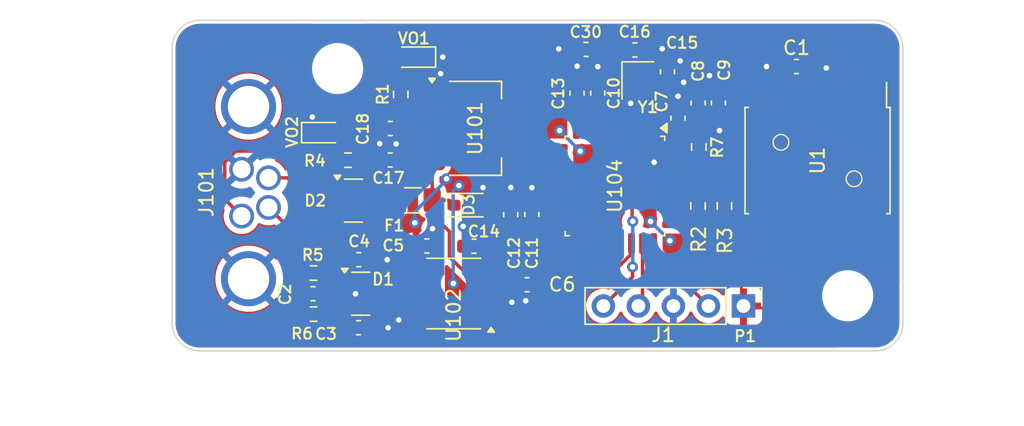
<source format=kicad_pcb>
(kicad_pcb
	(version 20240108)
	(generator "pcbnew")
	(generator_version "8.0")
	(general
		(thickness 1.6)
		(legacy_teardrops no)
	)
	(paper "A4")
	(layers
		(0 "F.Cu" signal)
		(31 "B.Cu" signal)
		(32 "B.Adhes" user "B.Adhesive")
		(33 "F.Adhes" user "F.Adhesive")
		(34 "B.Paste" user)
		(35 "F.Paste" user)
		(36 "B.SilkS" user "B.Silkscreen")
		(37 "F.SilkS" user "F.Silkscreen")
		(38 "B.Mask" user)
		(39 "F.Mask" user)
		(40 "Dwgs.User" user "User.Drawings")
		(41 "Cmts.User" user "User.Comments")
		(42 "Eco1.User" user "User.Eco1")
		(43 "Eco2.User" user "User.Eco2")
		(44 "Edge.Cuts" user)
		(45 "Margin" user)
		(46 "B.CrtYd" user "B.Courtyard")
		(47 "F.CrtYd" user "F.Courtyard")
		(48 "B.Fab" user)
		(49 "F.Fab" user)
		(50 "User.1" user)
		(51 "User.2" user)
		(52 "User.3" user)
		(53 "User.4" user)
		(54 "User.5" user)
		(55 "User.6" user)
		(56 "User.7" user)
		(57 "User.8" user)
		(58 "User.9" user)
	)
	(setup
		(stackup
			(layer "F.SilkS"
				(type "Top Silk Screen")
			)
			(layer "F.Paste"
				(type "Top Solder Paste")
			)
			(layer "F.Mask"
				(type "Top Solder Mask")
				(thickness 0.01)
			)
			(layer "F.Cu"
				(type "copper")
				(thickness 0.035)
			)
			(layer "dielectric 1"
				(type "core")
				(thickness 1.51)
				(material "FR4")
				(epsilon_r 4.5)
				(loss_tangent 0.02)
			)
			(layer "B.Cu"
				(type "copper")
				(thickness 0.035)
			)
			(layer "B.Mask"
				(type "Bottom Solder Mask")
				(thickness 0.01)
			)
			(layer "B.Paste"
				(type "Bottom Solder Paste")
			)
			(layer "B.SilkS"
				(type "Bottom Silk Screen")
			)
			(copper_finish "None")
			(dielectric_constraints no)
		)
		(pad_to_mask_clearance 0)
		(allow_soldermask_bridges_in_footprints no)
		(aux_axis_origin 100 80)
		(grid_origin 100 80)
		(pcbplotparams
			(layerselection 0x00010fc_ffffffff)
			(plot_on_all_layers_selection 0x0000000_00000000)
			(disableapertmacros no)
			(usegerberextensions no)
			(usegerberattributes yes)
			(usegerberadvancedattributes yes)
			(creategerberjobfile yes)
			(dashed_line_dash_ratio 12.000000)
			(dashed_line_gap_ratio 3.000000)
			(svgprecision 6)
			(plotframeref no)
			(viasonmask no)
			(mode 1)
			(useauxorigin no)
			(hpglpennumber 1)
			(hpglpenspeed 20)
			(hpglpendiameter 15.000000)
			(pdf_front_fp_property_popups yes)
			(pdf_back_fp_property_popups yes)
			(dxfpolygonmode yes)
			(dxfimperialunits yes)
			(dxfusepcbnewfont yes)
			(psnegative no)
			(psa4output no)
			(plotreference yes)
			(plotvalue yes)
			(plotfptext yes)
			(plotinvisibletext no)
			(sketchpadsonfab no)
			(subtractmaskfromsilk no)
			(outputformat 1)
			(mirror no)
			(drillshape 1)
			(scaleselection 1)
			(outputdirectory "")
		)
	)
	(net 0 "")
	(net 1 "+3V3")
	(net 2 "GND")
	(net 3 "Net-(C2-Pad2)")
	(net 4 "CAN_H")
	(net 5 "CAN_L")
	(net 6 "+5V")
	(net 7 "CAN_Rx")
	(net 8 "Net-(U104-PF0)")
	(net 9 "NRST")
	(net 10 "Net-(D2-K)")
	(net 11 "Net-(D2-A)")
	(net 12 "SWDIO")
	(net 13 "SWCLK")
	(net 14 "Net-(VO1-A)")
	(net 15 "Net-(U104-PF1)")
	(net 16 "I2C_SCL")
	(net 17 "I2C_SDA")
	(net 18 "unconnected-(U1-Pad9)")
	(net 19 "unconnected-(U1-Pad14)")
	(net 20 "unconnected-(U1-Pad2)")
	(net 21 "unconnected-(U1-Pad12)")
	(net 22 "unconnected-(U1-Pad8)")
	(net 23 "unconnected-(U1-Pad13)")
	(net 24 "unconnected-(U1-Pad6)")
	(net 25 "unconnected-(U1-Pad15)")
	(net 26 "unconnected-(U1-Pad16)")
	(net 27 "unconnected-(U1-Pad1)")
	(net 28 "unconnected-(U1-Pad7)")
	(net 29 "unconnected-(U1-Pad3)")
	(net 30 "CAN_Tx")
	(net 31 "unconnected-(U104-PA4-Pad10)")
	(net 32 "unconnected-(U104-PA2-Pad8)")
	(net 33 "unconnected-(U104-PA10-Pad20)")
	(net 34 "unconnected-(U104-PA7-Pad13)")
	(net 35 "Net-(U104-PB8)")
	(net 36 "unconnected-(U104-PA9-Pad19)")
	(net 37 "unconnected-(U104-PA6-Pad12)")
	(net 38 "unconnected-(U104-PA1-Pad7)")
	(net 39 "unconnected-(U104-PB0-Pad14)")
	(net 40 "unconnected-(U104-PA0-Pad6)")
	(net 41 "unconnected-(U104-PB5-Pad28)")
	(net 42 "unconnected-(U104-PA3-Pad9)")
	(net 43 "unconnected-(U104-PB4-Pad27)")
	(net 44 "unconnected-(U104-PA15-Pad25)")
	(net 45 "unconnected-(U104-PA5-Pad11)")
	(net 46 "unconnected-(U104-PB3-Pad26)")
	(net 47 "unconnected-(U104-PB1-Pad15)")
	(net 48 "unconnected-(U104-PA8-Pad18)")
	(net 49 "Net-(VO2-A)")
	(footprint "Crystal:Crystal_SMD_2016-4Pin_2.0x1.6mm" (layer "F.Cu") (at 133.7775 60.36 -90))
	(footprint "ASS_parts:SOT-23-BAT54FILM" (layer "F.Cu") (at 113.15 69.0875))
	(footprint "Resistor_SMD:R_0603_1608Metric" (layer "F.Cu") (at 138.14 69.48 90))
	(footprint "Capacitor_SMD:C_0603_1608Metric" (layer "F.Cu") (at 136.6875 63.1 90))
	(footprint "Capacitor_SMD:C_0603_1608Metric" (layer "F.Cu") (at 121.895 72.4 180))
	(footprint "Capacitor_SMD:C_0603_1608Metric" (layer "F.Cu") (at 139.62 62 90))
	(footprint "Capacitor_SMD:C_0603_1608Metric" (layer "F.Cu") (at 124.5575 70.105 90))
	(footprint "Capacitor_SMD:C_0603_1608Metric" (layer "F.Cu") (at 115.815 66.14 180))
	(footprint "Resistor_SMD:R_0603_1608Metric" (layer "F.Cu") (at 116.58 61.375 90))
	(footprint "LED_SMD:LED_0603_1608Metric_Pad1.05x0.95mm_HandSolder" (layer "F.Cu") (at 111.05 64.15))
	(footprint "Capacitor_SMD:C_0603_1608Metric" (layer "F.Cu") (at 125.7425 75.2))
	(footprint "Resistor_SMD:R_0603_1608Metric" (layer "F.Cu") (at 140.06 69.48 90))
	(footprint "Capacitor_SMD:C_0603_1608Metric" (layer "F.Cu") (at 113.5175 78.319052 180))
	(footprint "Capacitor_SMD:C_0603_1608Metric" (layer "F.Cu") (at 115.825 63.85 180))
	(footprint "Fuse:Fuse_1206_3216Metric" (layer "F.Cu") (at 117.46 69.0675))
	(footprint "Capacitor_SMD:C_0603_1608Metric" (layer "F.Cu") (at 129.3675 61.285 90))
	(footprint "Resistor_SMD:R_0603_1608Metric" (layer "F.Cu") (at 110.26 77.33 180))
	(footprint "MountingHole:MountingHole_3.2mm_M3" (layer "F.Cu") (at 112 59.5))
	(footprint "Capacitor_SMD:C_0603_1608Metric" (layer "F.Cu") (at 113.5375 73.379052))
	(footprint "Capacitor_SMD:C_0603_1608Metric" (layer "F.Cu") (at 130.02 58.11))
	(footprint "Capacitor_SMD:C_0603_1608Metric" (layer "F.Cu") (at 130.8675 61.285 90))
	(footprint "Diode_SMD:D_SOD-323" (layer "F.Cu") (at 121.5 69.42))
	(footprint "FaSTTUBe_connectors:M8_718_4pin_horizontal" (layer "F.Cu") (at 105.04 68.51 -90))
	(footprint "Package_SO:SOIC-8_3.9x4.9mm_P1.27mm" (layer "F.Cu") (at 120.4325 75.835948 180))
	(footprint "Capacitor_SMD:C_0603_1608Metric" (layer "F.Cu") (at 133.5625 58.15))
	(footprint "LED_SMD:LED_0603_1608Metric_Pad1.05x0.95mm_HandSolder" (layer "F.Cu") (at 117.45 58.67 180))
	(footprint "Resistor_SMD:R_0603_1608Metric" (layer "F.Cu") (at 110.2575 74.349052))
	(footprint "Capacitor_SMD:C_0603_1608Metric" (layer "F.Cu") (at 118.47 72.38))
	(footprint "Resistor_SMD:R_0603_1608Metric" (layer "F.Cu") (at 112.75 66.15 180))
	(footprint "ASS_parts:SOT-223_LDL1117S33R" (layer "F.Cu") (at 121.98 63.84))
	(footprint "ASS_parts:SM6000_SOIC-16" (layer "F.Cu") (at 146.81 66.18 -90))
	(footprint "Capacitor_SMD:C_0603_1608Metric" (layer "F.Cu") (at 135.9275 59.735 -90))
	(footprint "Capacitor_SMD:C_0603_1608Metric" (layer "F.Cu") (at 145.275 59.3525 180))
	(footprint "Package_TO_SOT_SMD:SOT-23" (layer "F.Cu") (at 113.6825 75.85))
	(footprint "Resistor_SMD:R_0603_1608Metric" (layer "F.Cu") (at 138.2 65.2 90))
	(footprint "Capacitor_SMD:C_0603_1608Metric" (layer "F.Cu") (at 126.09 70.085 90))
	(footprint "Capacitor_SMD:C_0603_1608Metric" (layer "F.Cu") (at 138.15 62 90))
	(footprint "Connector_PinHeader_2.54mm:PinHeader_1x05_P2.54mm_Vertical" (layer "F.Cu") (at 141.4375 76.74 -90))
	(footprint "Capacitor_SMD:C_0603_1608Metric" (layer "F.Cu") (at 110.22 75.85 180))
	(footprint "Package_QFP:LQFP-32_7x7mm_P0.8mm"
		(layer "F.Cu")
		(uuid "fbada3c8-a998-4125-ad17-f513c3594ff8")
		(at 132.1175 68.03 -90)
		(descr "LQFP, 32 Pin (https://www.nxp.com/docs/en/package-information/SOT358-1.pdf), generated with kicad-footprint-generator ipc_gullwing_generator.py")
		(tags "LQFP QFP")
		(property "Reference" "U104"
			(at 0 0 90)
			(layer "F.SilkS")
			(uuid "97c14cdf-a9e4-4673-bf47-56678f85ed03")
			(effects
				(font
					(size 1 1)
					(thickness 0.15)
				)
			)
		)
		(property "Value" "STM32F042K6T6"
			(at 0 5.88 90)
			(layer "F.Fab")
			(uuid "aeac8538-46d8-4f34-b18c-19a12280e05f")
			(effects
				(font
					(size 1 1)
					(thickness 0.15)
				)
			)
		)
		(property "Footprint" "Package_QFP:LQFP-32_7x7mm_P0.8mm"
			(at 0 0 90)
			(layer "F.Fab")
			(hide yes)
			(uuid "6aa1b52c-0807-43f6-93c5-10792dcec01e")
			(effects
				(font
					(size 1.27 1.27)
					(thickness 0.15)
				)
			)
		)
		(property "Datasheet" "http://www.st.com/st-web-ui/static/active/en/resource/technical/document/datasheet/DM00105814.pdf"
			(at 0 0 90)
			(layer "F.Fab")
			(hide yes)
			(uuid "f6506b5e-b6c5-4a5b-8ced-89b171d0400c")
			(effects
				(font
					(size 1.27 1.27)
					(thickness 0.15)
				)
			)
		)
		(property "Description" ""
			(at 0 0 90)
			(layer "F.Fab")
			(hide yes)
			(uuid "17fb11d7-70e2-402c-9d50-73cf1ccc381b")
			(effects
				(font
					(size 1.27 1.27)
					(thickness 0.15)
				)
			)
		)
		(property ki_fp_filters "LQFP*7x7mm*P0.8mm*")
		(path "/8cee74f1-4063-4176-8a00-9f2e4a72af2e")
		(sheetname "Root")
		(sheetfile "ASS.kicad_sch")
		(attr smd)
		(fp_line
			(start -3.61 3.61)
			(end -3.61 3.31)
			(stroke
				(width 0.12)
				(type solid)
			)
			(layer "F.SilkS")
			(uuid "0a6dc9fb-51bb-4640-b56a-eefce4ba015f")
		)
		(fp_line
			(start -3.31 3.61)
			(end -3.61 3.61)
			(stroke
				(width 0.12)
				(type solid)
			)
			(layer "F.SilkS")
			(uuid "10d5d06a-06f6-4bcf-946e-0bbbd4b70286")
		)
		(fp_line
			(start 3.31 3.61)
			(end 3.61 3.61)
			(stroke
				(width 0.12)
				(type solid)
			)
			(layer "F.SilkS")
			(uuid "97daa6f8-ab7d-43c1-8d2a-6d55e1fb7af9")
		)
		(fp_line
			(start 3.61 3.61)
			(end 3.61 3.31)
			(stroke
				(width 0.12)
				(type solid)
			)
			(layer "F.SilkS")
			(uuid "01f0aaf5-b4a1-402f-8a02-d2c762641dde")
		)
		(fp_line
			(start -3.61 -3.61)
			(end -3.61 -3.31)
			(stroke
				(width 0.12)
				(type solid)
			)
			(layer "F.SilkS")
			(uuid "f90e732c-30c0-44ea-9139-50391047ccae")
		)
		(fp_line
			(start -3.31 -3.61)
			(end -3.61 -3.61)
			(stroke
				(width 0.12)
				(type solid)
			)
			(layer "F.SilkS")
			(uuid "c7cf31a1-98e4-4303-bfe4-f5b05dd64dd7")
		)
		(fp_line
			(start 3.31 -3.61)
			(end 3.61 -3.61)
			(stroke
				(width 0.12)
				(type solid)
			)
			(layer "F.SilkS")
			(uuid "27673e7f-af8d-412d-bfef-a0381b881cec")
		)
		(fp_line
			(start 3.61 -3.61)
			(end 3.61 -3.31)
			(stroke
				(width 0.12)
				(type solid)
			)
			(layer "F.SilkS")
			(uuid "1bf853df-1615-4b04-9b3f-c1a89d019dd2")
		)
		(fp_poly
			(pts
				(xy -4.2125 -3.31) (xy -4.5525 -3.78) (xy -3.8725 -3.78) (xy -4.2125 -3.31)
			)
			(stroke
				(width 0.12)
				(type solid)
			)
			(fill solid)
			(layer "F.SilkS")
			(uuid "ed3d384d-7a61-49ca-aeee-c7c3e324c797")
		)
		(fp_line
			(start -3.3 5.18)
			(end -3.3 3.75)
			(stroke
				(width 0.05)
				(type solid)
			)
			(layer "F.CrtYd")
			(uuid "14d62f9e-6632-4e1e-befb-22d15de2bbe3")
		)
		(fp_line
			(start 0 5.18)
			(end -3.3 5.18)
			(stroke
				(width 0.05)
				(type solid)
			)
			(layer "F.CrtYd")
			(uuid "258a10b1-64a1-4e91-8c44-fe0dc31a283e")
		)
		(fp_line
			(start 0 5.18)
			(end 3.3 5.18)
			(stroke
				(width 0.05)
				(type solid)
			)
			(layer "F.CrtYd")
			(uuid "a26e22bb-74d2-41de-b63e-9c1c39ef2df8")
		)
		(fp_line
			(start 3.3 5.18)
			(end 3.3 3.75)
			(stroke
				(width 0.05)
				(type solid)
			)
			(layer "F.CrtYd")
			(uuid "426c5ace-9fd8-4835-aff5-ce6f93945a0b")
		)
		(fp_line
			(start -3.75 3.75)
			(end -3.75 3.3)
			(stroke
				(width 0.05)
				(type solid)
			)
			(layer "F.CrtYd")
			(uuid "af28ad24-fa22-4efc-8029-0fba6659ba86")
		)
		(fp_line
			(start -3.3 3.75)
			(end -3.75 3.75)
			(stroke
				(width 0.05)
				(type solid)
			)
			(layer "F.CrtYd")
			(uuid "b4adf2b6-415c-435c-b97c-bed5fa8d243e")
		)
		(fp_line
			(start 3.3 3.75)
			(end 3.75 3.75)
			(stroke
				(width 0.05)
				(type solid)
			)
			(layer "F.CrtYd")
			(uuid "3430469b-8c6d-4d85-a0eb-ab06009f98f1")
		)
		(fp_line
			(start 3.75 3.75)
			(end 3.75 3.3)
			(stroke
				(width 0.05)
				(type solid)
			)
			(layer "F.CrtYd")
			(uuid "3829b76f-5044-4792-a070-3a13b5e301fb")
		)
		(fp_line
			(start -5.18 3.3)
			(end -5.18 0)
			(stroke
				(width 0.05)
				(type solid)
			)
			(layer "F.CrtYd")
			(uuid "125dc762-b5ff-470e-ba1d-11b2f2bfcf7a")
		)
		(fp_line
			(start -3.75 3.3)
			(end -5.18 3.3)
			(stroke
				(width 0.05)
				(type solid)
			)
			(layer "F.CrtYd")
			(uuid "1c747d79-89a7-460f-a70f-af83c0a1fd2e")
		)
		(fp_line
			(start 3.75 3.3)
			(end 5.18 3.3)
			(stroke
				(width 0.05)
				(type solid)
			)
			(layer "F.CrtYd")
			(uuid "0f29e282-abe8-4f50-9512-72548009858b")
		)
		(fp_line
			(start 5.18 3.3)
			(end 5.18 0)
			(stroke
				(width 0.05)
				(type solid)
			)
			(layer "F.CrtYd")
			(uuid "0130fb95-3759-4447-843c-3224a03411f1")
		)
		(fp_line
			(start -5.18 -3.3)
			(end -5.18 0)
			(stroke
				(width 0.05)
				(type solid)
			)
			(layer "F.CrtYd")
			(uuid "9c706cf1-7622-49f2-ac11-2d2be4df19ff")
		)
		(fp_line
			(start -3.75 -3.3)
			(end -5.18 -3.3)
			(stroke
				(width 0.05)
				(type solid)
			)
			(layer "F.CrtYd")
			(uuid "81a476c4-e52e-48a6-822f-ca9c7de9514b")
		)
		(fp_line
			(start 3.75 -3.3)
			(end 5.18 -3.3)
			(stroke
				(width 0.05)
				(type solid)
			)
			(layer "F.CrtYd")
			(uuid "530513c8-459d-45fd-bac1-3463a69baf8a")
		)
		(fp_line
			(start 5.18 -3.3)
			(end 5.18 0)
			(stroke
				(width 0.05)
				(type solid)
			)
			(layer "F.CrtYd")
			(uuid "1f499c69-ddf5-4037-b501-c67827293dc6")
		)
		(fp_line
			(start -3.75 -3.75)
			(end -3.75 -3.3)
			(stroke
				(width 0.05)
				(type solid)
			)
			(layer "F.CrtYd")
			(uuid "92bfb2db-a037-4412-9baf-6509f5610b98")
		)
		(fp_line
			(start -3.3 -3.75)
			(end -3.75 -3.75)
			(stroke
				(width 0.05)
				(type solid)
			)
			(layer "F.CrtYd")
			(uuid "6354bb3a-ff7c-49c4-9a08-d7f047b4c4ae")
		)
		(fp_line
			(start 3.3 -3.75)
			(end 3.75 -3.75)
			(stroke
				(width 0.05)
				(type solid)
			)
			(layer "F.CrtYd")
			(uuid "94974a76-34a2-4112-8fa9-616f2454e2fd")
		)
		(fp_line
			(start 3.75 -3.75)
			(end 3.75 -3.3)
			(stroke
				(width 0.05)
				(type solid)
			)
			(layer "F.CrtYd")
			(uuid "65a69cc1-efff-48ff-85cb-ca958151096b")
		)
		(fp_line
			(start -3.3 -5.18)
			(end -3.3 -3.75)
			(stroke
				(width 0.05)
				(type solid)
			)
			(layer "F.CrtYd")
			(uuid "e83843e3-d24c-4544-acc9-64e361eb2809")
		)
		(fp_line
			(start 0 -5.18)
			(end -3.3 -5.18)
			(stroke
				(width 0.05)
				(type solid)
			)
			(layer "F.CrtYd")
			(uuid "2b3cd8c8-76bf-46e8-aae4-77d570359d17")
		)
		(fp_line
			(start 0 -5.18)
			(end 3.3 -5.18)
			(stroke
				(width 0.05)
				(type solid)
			)
			(layer "F.CrtYd")
			(uuid "e1238725-774c-4349-a77c-ee50b9185967")
		)
		(fp_line
			(start 3.3 -5.18)
			(end 3.3 -3.75)
			(stroke
				(width 0.05)
				(type solid)
			)
			(layer "F.CrtYd")
			(uuid "e71bcb48-8b46-4156-8347-8e1700b54bb3")
		)
		(fp_line
			(start -3.5 3.5)
			(end -3.5 -2.5)
			(stroke
				(width 0.1)
				(type solid)
			)
			(layer "F.Fab")
			(uuid "e8f113fe-851f-40be-8d84-841bb81a768c")
		)
		(fp_line
			(start 3.5 3.5)
			(end -3.5 3.5)
			(stroke
				(width 0.1)
				(type solid)
			)
			(layer "F.Fab")
			(uuid "fae9d6ff-912e-476b-9786-4076de00ba06")
		)
		(fp_line
			(start -3.5 -2.5)
			(end -2.5 -3.5)
			(stroke
				(width 0.1)
				(type solid)
			)
			(layer "F.Fab")
			(uuid "398e47d5-6e09-4dd1-94d6-4d0355681418")
		)
		(fp_line
			(start -2.5 -3.5)
			(end 3.5 -3.5)
			(stroke
				(width 0.1)
				(type solid)
			)
			(layer "F.Fab")
			(uuid "46c8f19c-b084-4002-8d71-cce83b9d95e8")
		)
		(fp_line
			(start 3.5 -3.5)
			(end 3.5 3.5)
			(stroke
				(width 0.1)
				(type solid)
			)
			(layer "F.Fab")
			(uuid "d08ee1d5-8128-4718-be88-1c9a4d82cebd")
		)
		(fp_text user "${REFERENCE}"
			(at 0 0 90)
			(layer "F.Fab")
			(uuid "f16d97ed-5670-4ecd-ad6d-29850135a5ed")
			(effects
				(font
					(size 1 1)
					(thickness 0.15)
				)
			)
		)
		(pad "1" smd roundrect
			(at -4.175 -2.8 270)
			(size 1.5 0.5)
			(layers "F.Cu" "F.Paste" "F.Mask")
			(roundrect_rratio 0.25)
			(net 1 "+3V3")
			(pinfunction "VDD")
			(pintype "power_in")
			(uuid "b4a94659-288b-44d8-8b88-84cbeca5a21d")
		)
		(pad "2" smd roundrect
			(at -4.175 -2 270)
			(size 1.5 0.5)
			(layers "F.Cu" "F.Paste" "F.Mask")
			(roundrect_rratio 0.25)
			(net 8 "Net-(U104-PF0)")
			(pinfunction "PF0")
			(pintype "input")
			(uuid "657551aa-9d90-47c3-8da8-3351cee89b76")
		)
		(pad "3" smd roundrect
			(at -4.175 -1.2 270)
			(size 1.5 0.5)
			(layers "F.Cu" "F.Paste" "F.Mask")
			(roundrect_rratio 0.25)
			(net 15 "Net-(U104-PF1)")
			(pinfunction "PF1")
			(pintype "input")
			(uuid "8c4a4b59-ec5a-4555-8eec-c87bb599683a")
		)
		(pad "4" smd roundrect
			(at -4.175 -0.4 270)
			(size 1.5 0.5)
			(layers "F.Cu" "F.Paste" "F.Mask")
			(roundrect_rratio 0.25)
			(net 9 "NRST")
			(pinfunction "NRST")
			(pintype "input")
			(uuid "af9c9876-47a1-48da-a0c8-2f3fd8439538")
		)
		(pad "5" smd roundrect
			(at -4.175 0.4 270)
			(size 1.5 0.5)
			(layers "F.Cu" "F.Paste" "F.Mask")
			(roundrect_rratio 0.25)
			(net 1 "+3V3")
			(pinfunction "VDDA")
			(pintype "power_in")
			(uuid "795f4f60-da26-4c18-9f1d-52133df15e11")
		)
		(pad "6" smd roundrect
			(at -4.175 1.2 270)
			(size 1.5 0.5)
			(layers "F.Cu" "F.Paste" "F.Mask")
			(roundrect_rratio 0.25)
			(net 40 "unconnected-(U104-PA0-Pad6)")
			(pinfunction "PA0")
			(pintype "bidirectional+no_connect")
			(uuid "936a3888-c18b-43d0-92bd-d28515cbe0aa")
		)
		(pad "7" smd roundrect
			(at -4.175 2 270)
			(size 1.5 0.5)
			(layers "F.Cu" "F.Paste" "F.Mask")
			(roundrect_rratio 0.25)
			(net 38 "unconnected-(U104-PA1-Pad7)")
			(pinfunction "PA1")
			(pintype "bidirectional+no_connect")
			(uuid "6059904e-713c-4492-83d6-354da91b6819")
		)
		(pad "8" smd roundrect
			(at -4.175 2.8 270)
			(size 1.5 0.5)
			(layers "F.Cu" "F.Paste" "F.Mask")
			(roundrect_rratio 0.25)
			(net 32 "unconnected-(U104-PA2-Pad8)")
			(pinfunction "PA2")
			(pintype "bidirectional+no_connect")
			(uuid "1d48c6dd-f0a4-4f94-b530-dccec7087b73")
		)
		(pad "9" smd roundrect
			(at -2.8 4.175 270)
			(size 0.5 1.5)
			(layers "F.Cu" "F.Paste" "F.Mask")
			(roundrect_rratio 0.25)
			(net 42 "unconnected-(U104-PA3-Pad9)")
			(pinfunction "PA3")
			(pintype "bidirectional+no_connect")
			(uuid "b833f3de-8cb6-48d5-bf58-fa635933864d")
		)
		(pad "10" smd roundrect
			(at -2 4.175 270)
			(size 0.5 1.5)
			(layers "F.Cu" "F.Paste" "F.Mask")
			(roundrect_rratio 0.25)
			(net 31 "unconnected-(U104-PA4-Pad10)")
			(pinfunction "PA4")
			(pintype "bidirectional+no_connect")
			(uuid "18fbfa85-9680-404c-8ef3-f8553ae76460")
		)
		(pad "11" smd roundrect
			(at -1.2 4.175 270)
			(size 0.5 1.5)
			(layers "F.Cu" "F.Paste" "F.Mask")
			(roundrect_rratio 0.25)
			(net 45 "unconnected-(U104-PA5-Pad11)")
			(pinfunction "PA5")
			(pintype "bidirectional+no_connect")
			(uuid "d27ca29a-bfa9-4cfa-a8aa-10b1c6c6491f")
		)
		(pad "12" smd roundrect
			(at -0.4 4.175 270)
			(size 0.5 1.5)
			(layers "F.Cu" "F.Paste" "F.Mask")
			(roundrect_rratio 0.25)
			(net 37 "unconnected-(U104-PA6-Pad12)")
			(pinfunction "PA6")
			(pintype "bidirectional+no_connect")
			(uuid "3583fc9e-e2aa-4bcf-800f-e071ac462b6e")
		)
		(pad "13" smd roundrect
			(at 0.4 4.175 270)
			(size 0.5 1.5)
			(layers "F.Cu" "F.Paste" "F.Mask")
			(roundrect_rratio 0.25)
			(net 34 "unconnected-(U104-PA7-Pad13)")
			(pinfunction "PA7")
			(pintype "bidirectional+no_connect")
			(uuid "287d36cb-8b05-4116-a81d-651578a5dafd")
		)
		(pad "14" smd roundrect
			(at 1.2 4.175 270)
			(size 0.5 1.5)
			(layers "F.Cu" "F.Paste" "F.Mask")
			(roundrect_rratio 0.25)
			(net 39 "unconnected-(U104-PB0-Pad14)")
			(pinfunction "PB0")
			(pintype "bidirectional+no_connect")
			(uuid "642c6adf-e48e-47cf-8ed0-a5db7904b6cc")
		)
		(pad "15" smd roundrect
			(at 2 4.175 270)
			(size 0.5 1.5)
			(layers "F.Cu" "F.Paste" "F.Mask")
			(roundrect_rratio 0.25)
			(net 47 "unconnected-(U104-PB1-Pad15)")
			(pinfunction "PB1")
			(pintype "bidirectional+no_connect")
			(uuid "f68155ac-cd93-40d7-97a7-d59a8dafffa7")
		)
		(pad "16" smd roundrect
			(at 2.8 4.175 270)
			(size 0.5 1.5)
			(layers "F.Cu" "F.Paste" "F.Mask")
			(roundrect_rratio 0.25)
			(net 2 "GND")
			(pinfunction "VSS")
			(pintype "power_in")
			(uuid "41b5ccf0-4c59-4152-abb7-befd33e8c051")
		)
		(pad "17" smd roundrect
			(at 4.175 2.8 270)
			(size 1.5 0.5)
			(layers "F.Cu" "F.Paste" "F.Mask")
			(roundrect_rratio 0.25)
			(net 1 "+3V3")
			(pinfunction "VDDIO2")
			(pintype "power_in")
			(uuid "cadd5c3b-4220-4cda-8624-7ccc5e52a6aa")
		)
		(pad "18" smd roundrect
			(at 4.175 2 270)
			(size 1.5 0.5)
			(layers "F.Cu" "F.Paste" "F.Mask")
			(roundrect_rratio 0.25)
			(net 48 "unconnected-(U104-PA8-Pad18)")
			(pinfunction "PA8")
			(pintype "bidirectional+no_connect")
			(uuid "e08227cb-dd42-41cb-be95-5f00223b9f4d")
		)
		(pad "19" smd roundrect
			(at 4.175 1.2 270)
			(size 1.5 0.5)
			(layers "F.Cu" "F.Paste" "F.Mask")
			(roundrect_rratio 0.25)
			(
... [181226 chars truncated]
</source>
